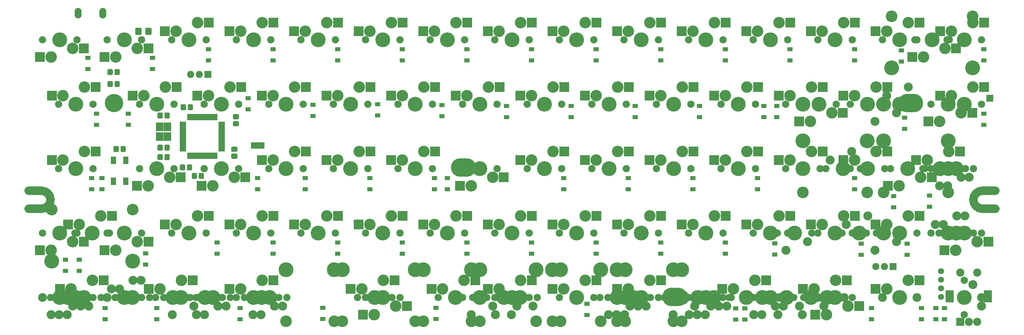
<source format=gbs>
G04 #@! TF.GenerationSoftware,KiCad,Pcbnew,(5.1.6-0-10_14)*
G04 #@! TF.CreationDate,2020-07-20T09:45:54+09:00*
G04 #@! TF.ProjectId,Jones,4a6f6e65-732e-46b6-9963-61645f706362,v.0.2*
G04 #@! TF.SameCoordinates,Original*
G04 #@! TF.FileFunction,Soldermask,Bot*
G04 #@! TF.FilePolarity,Negative*
%FSLAX46Y46*%
G04 Gerber Fmt 4.6, Leading zero omitted, Abs format (unit mm)*
G04 Created by KiCad (PCBNEW (5.1.6-0-10_14)) date 2020-07-20 09:45:54*
%MOMM*%
%LPD*%
G01*
G04 APERTURE LIST*
%ADD10C,2.501900*%
%ADD11C,1.400000*%
%ADD12O,7.400240X5.400000*%
%ADD13C,5.400000*%
%ADD14C,4.387800*%
%ADD15C,3.448000*%
%ADD16R,2.950000X2.900000*%
%ADD17C,2.150000*%
%ADD18C,3.400000*%
%ADD19C,2.650000*%
%ADD20R,2.200000X2.500000*%
%ADD21R,1.600000X1.300000*%
%ADD22R,1.500000X2.200000*%
%ADD23C,2.400000*%
%ADD24R,2.400000X3.600000*%
%ADD25R,2.400000X2.400000*%
%ADD26R,0.950000X1.900000*%
%ADD27R,1.900000X0.950000*%
%ADD28C,2.600000*%
%ADD29O,2.100000X2.100000*%
%ADD30R,2.100000X2.100000*%
%ADD31R,1.400000X1.900000*%
%ADD32C,1.797000*%
%ADD33O,2.100000X3.100000*%
G04 APERTURE END LIST*
D10*
X22600000Y-81700950D02*
X26400000Y-81700950D01*
X22600000Y-76399050D02*
X26400000Y-76399050D01*
X303800000Y-81700950D02*
X307650000Y-81700950D01*
X303800000Y-76399050D02*
X307600000Y-76399050D01*
X26400000Y-81700950D02*
G75*
G03*
X29050950Y-79050000I0J2650950D01*
G01*
X29050950Y-79050000D02*
G75*
G03*
X26400000Y-76399050I-2650950J0D01*
G01*
X303800000Y-81700950D02*
G75*
G02*
X301149050Y-79050000I0J2650950D01*
G01*
X301149050Y-79050000D02*
G75*
G02*
X303800000Y-76399050I2650950J0D01*
G01*
D11*
X301961522Y-80888478D03*
X303800000Y-81650000D03*
X305842035Y-81650000D03*
X305842035Y-76450000D03*
X303800000Y-76450000D03*
X301961522Y-77211522D03*
X301200000Y-79050000D03*
X24357965Y-81650000D03*
X24357965Y-76450000D03*
X28238478Y-80888478D03*
X28238478Y-77211522D03*
X26400000Y-81650000D03*
X26400000Y-76450000D03*
X29000000Y-79050000D03*
X152000000Y-71450000D03*
X149600000Y-71450000D03*
X150800000Y-71450000D03*
X149600000Y-67700000D03*
X152000000Y-67700000D03*
X150800000Y-67700000D03*
X214300000Y-109600000D03*
X211900000Y-109600000D03*
X211950000Y-105900000D03*
X214350000Y-105900000D03*
X213100000Y-109600000D03*
X213150000Y-105900000D03*
X283850000Y-48583000D03*
X281450000Y-48600000D03*
X281450000Y-52300000D03*
X283850000Y-52300000D03*
X282650000Y-52300000D03*
X282650000Y-48600000D03*
X49050000Y-51800000D03*
X46450000Y-51750000D03*
X49050000Y-49100000D03*
X46450000Y-49100000D03*
X47800000Y-52350000D03*
X49700000Y-50450000D03*
X45900000Y-50450000D03*
X47800000Y-48550000D03*
D12*
X282650000Y-50450000D03*
X213100000Y-107750000D03*
X150800000Y-69550000D03*
D13*
X47800000Y-50450000D03*
D14*
X191287760Y-99720360D03*
X215163760Y-99720360D03*
D15*
X191287760Y-114960360D03*
X215163760Y-114960360D03*
D16*
X209067760Y-102895360D03*
X196140760Y-105435360D03*
D17*
X208305760Y-107975360D03*
X198145760Y-107975360D03*
D18*
X199415760Y-105435360D03*
D14*
X203225760Y-107975360D03*
D18*
X205765760Y-102895360D03*
D17*
X217195840Y-107975360D03*
X227355840Y-107975360D03*
D19*
X226085840Y-110515360D03*
D14*
X222275840Y-107975360D03*
D19*
X219735840Y-113055360D03*
D16*
X44983000Y-36855040D03*
X57910000Y-34315040D03*
D17*
X45745000Y-31775040D03*
X55905000Y-31775040D03*
D18*
X54635000Y-34315040D03*
D14*
X50825000Y-31775040D03*
D18*
X48285000Y-36855040D03*
D20*
X63532000Y-57503000D03*
X63532000Y-60403000D03*
X61232000Y-60403000D03*
X61232000Y-57503000D03*
D21*
X106451000Y-50953000D03*
X106451000Y-54253000D03*
X40030000Y-37110000D03*
X40030000Y-40410000D03*
X59080000Y-37110000D03*
X59080000Y-40410000D03*
X75590000Y-34570000D03*
X75590000Y-37870000D03*
X94640000Y-34570000D03*
X94640000Y-37870000D03*
X113690000Y-34570000D03*
X113690000Y-37870000D03*
X132740000Y-34570000D03*
X132740000Y-37870000D03*
X151790000Y-34570000D03*
X151790000Y-37870000D03*
X170840000Y-34570000D03*
X170840000Y-37870000D03*
X189890000Y-34570000D03*
X189890000Y-37870000D03*
X208940000Y-34570000D03*
X208940000Y-37870000D03*
X227990000Y-34570000D03*
X227990000Y-37870000D03*
X247040000Y-34570000D03*
X247040000Y-37870000D03*
X266090000Y-34570000D03*
X266090000Y-37870000D03*
X279900000Y-34850000D03*
X279900000Y-38150000D03*
X277600000Y-77950000D03*
X277600000Y-81250000D03*
X42570000Y-56920000D03*
X42570000Y-53620000D03*
X51968000Y-56920000D03*
X51968000Y-53620000D03*
X87274000Y-49048000D03*
X87274000Y-52348000D03*
X125501000Y-54126000D03*
X125501000Y-50826000D03*
X144424000Y-51080000D03*
X144424000Y-54380000D03*
X163474000Y-51334000D03*
X163474000Y-54634000D03*
X182524000Y-51334000D03*
X182524000Y-54634000D03*
X201400000Y-51350000D03*
X201400000Y-54650000D03*
X220400000Y-51350000D03*
X220400000Y-54650000D03*
X239400000Y-51350000D03*
X239400000Y-54650000D03*
X243200000Y-51350000D03*
X243200000Y-54650000D03*
X280850000Y-54800000D03*
X280850000Y-58100000D03*
X304190000Y-34570000D03*
X304190000Y-37870000D03*
X41173000Y-72670000D03*
X41173000Y-75970000D03*
X44221000Y-72670000D03*
X44221000Y-75970000D03*
X90068000Y-72670000D03*
X90068000Y-75970000D03*
X104165000Y-72670000D03*
X104165000Y-75970000D03*
X123215000Y-75970000D03*
X123215000Y-72670000D03*
X142265000Y-75970000D03*
X142265000Y-72670000D03*
X146075000Y-75970000D03*
X146075000Y-72670000D03*
X180365000Y-75970000D03*
X180365000Y-72670000D03*
X199415000Y-75970000D03*
X199415000Y-72670000D03*
X218465000Y-75970000D03*
X218465000Y-72670000D03*
X237515000Y-75970000D03*
X237515000Y-72670000D03*
X266090000Y-75970000D03*
X266090000Y-72670000D03*
X304190000Y-56920000D03*
X304190000Y-53620000D03*
X57046280Y-98199480D03*
X57046280Y-94899480D03*
X78130000Y-95020000D03*
X78130000Y-91720000D03*
X94640000Y-95020000D03*
X94640000Y-91720000D03*
X113690000Y-95020000D03*
X113690000Y-91720000D03*
X132740000Y-95020000D03*
X132740000Y-91720000D03*
X151790000Y-95020000D03*
X151790000Y-91720000D03*
X170840000Y-95020000D03*
X170840000Y-91720000D03*
X189890000Y-95020000D03*
X189890000Y-91720000D03*
X208940000Y-95020000D03*
X208940000Y-91720000D03*
X227990000Y-95020000D03*
X227990000Y-91720000D03*
X242595000Y-95274000D03*
X242595000Y-91974000D03*
X268050000Y-95300000D03*
X268050000Y-92000000D03*
X281650000Y-95300000D03*
X281650000Y-92000000D03*
X45110000Y-114387500D03*
X45110000Y-111087500D03*
X60350000Y-114387500D03*
X60350000Y-111087500D03*
X84956250Y-114387500D03*
X84956250Y-111087500D03*
X109300000Y-114300000D03*
X109300000Y-111000000D03*
X231050000Y-114500000D03*
X231050000Y-111200000D03*
X285850000Y-114387500D03*
X285850000Y-111087500D03*
X292650000Y-111087500D03*
X292650000Y-114387500D03*
G36*
G01*
X58850000Y-28480176D02*
X58850000Y-29989824D01*
G75*
G02*
X58529824Y-30310000I-320176J0D01*
G01*
X57345176Y-30310000D01*
G75*
G02*
X57025000Y-29989824I0J320176D01*
G01*
X57025000Y-28480176D01*
G75*
G02*
X57345176Y-28160000I320176J0D01*
G01*
X58529824Y-28160000D01*
G75*
G02*
X58850000Y-28480176I0J-320176D01*
G01*
G37*
G36*
G01*
X55875000Y-28480176D02*
X55875000Y-29989824D01*
G75*
G02*
X55554824Y-30310000I-320176J0D01*
G01*
X54370176Y-30310000D01*
G75*
G02*
X54050000Y-29989824I0J320176D01*
G01*
X54050000Y-28480176D01*
G75*
G02*
X54370176Y-28160000I320176J0D01*
G01*
X55554824Y-28160000D01*
G75*
G02*
X55875000Y-28480176I0J-320176D01*
G01*
G37*
D22*
X51278000Y-73610000D03*
X47578000Y-67410000D03*
X47578000Y-73610000D03*
X51278000Y-67410000D03*
D21*
X233750000Y-114500000D03*
X233750000Y-111200000D03*
X271100000Y-111100000D03*
X271100000Y-114400000D03*
D23*
X302285530Y-100619140D03*
X297285530Y-100619140D03*
D24*
X305385530Y-107619140D03*
X294185530Y-107619140D03*
D23*
X302285530Y-115119140D03*
X299785530Y-115119140D03*
D25*
X297285530Y-115119140D03*
D17*
X26695000Y-107975360D03*
X36855000Y-107975360D03*
D19*
X35585000Y-110515360D03*
D14*
X31775000Y-107975360D03*
D19*
X29235000Y-113055360D03*
D18*
X127183750Y-102895360D03*
D14*
X124643750Y-107975360D03*
D18*
X120833750Y-105435360D03*
D17*
X119563750Y-107975360D03*
X129723750Y-107975360D03*
D16*
X117558750Y-105435360D03*
X130485750Y-102895360D03*
D15*
X136581750Y-114960360D03*
X112705750Y-114960360D03*
D14*
X136581750Y-99720360D03*
X112705750Y-99720360D03*
D18*
X29235000Y-36855040D03*
D14*
X31775000Y-31775040D03*
D18*
X35585000Y-34315040D03*
D17*
X36855000Y-31775040D03*
X26695000Y-31775040D03*
D16*
X38860000Y-34315040D03*
X25933000Y-36855040D03*
X66192000Y-45745120D03*
X53265000Y-48285120D03*
D17*
X65430000Y-50825120D03*
X55270000Y-50825120D03*
D18*
X56540000Y-48285120D03*
D14*
X60350000Y-50825120D03*
D18*
X62890000Y-45745120D03*
X57810000Y-74955200D03*
D14*
X60350000Y-69875200D03*
D18*
X64160000Y-72415200D03*
D17*
X65430000Y-69875200D03*
X55270000Y-69875200D03*
D16*
X67435000Y-72415200D03*
X54508000Y-74955200D03*
D18*
X72415000Y-83845280D03*
D14*
X69875000Y-88925280D03*
D18*
X66065000Y-86385280D03*
D17*
X64795000Y-88925280D03*
X74955000Y-88925280D03*
D16*
X62790000Y-86385280D03*
X75717000Y-83845280D03*
X70954500Y-102895360D03*
X58027500Y-105435360D03*
D17*
X70192500Y-107975360D03*
X60032500Y-107975360D03*
D18*
X61302500Y-105435360D03*
D14*
X65112500Y-107975360D03*
D18*
X67652500Y-102895360D03*
X72415000Y-26695040D03*
D14*
X69875000Y-31775040D03*
D18*
X66065000Y-29235040D03*
D17*
X64795000Y-31775040D03*
X74955000Y-31775040D03*
D16*
X62790000Y-29235040D03*
X75717000Y-26695040D03*
X85242000Y-45745120D03*
X72315000Y-48285120D03*
D17*
X84480000Y-50825120D03*
X74320000Y-50825120D03*
D18*
X75590000Y-48285120D03*
D14*
X79400000Y-50825120D03*
D18*
X81940000Y-45745120D03*
X76860000Y-74955200D03*
D14*
X79400000Y-69875200D03*
D18*
X83210000Y-72415200D03*
D17*
X84480000Y-69875200D03*
X74320000Y-69875200D03*
D16*
X86485000Y-72415200D03*
X73558000Y-74955200D03*
D18*
X91465000Y-83845280D03*
D14*
X88925000Y-88925280D03*
D18*
X85115000Y-86385280D03*
D17*
X83845000Y-88925280D03*
X94005000Y-88925280D03*
D16*
X81840000Y-86385280D03*
X94767000Y-83845280D03*
D18*
X91465000Y-26695040D03*
D14*
X88925000Y-31775040D03*
D18*
X85115000Y-29235040D03*
D17*
X83845000Y-31775040D03*
X94005000Y-31775040D03*
D16*
X81840000Y-29235040D03*
X94767000Y-26695040D03*
X104292000Y-45745120D03*
X91365000Y-48285120D03*
D17*
X103530000Y-50825120D03*
X93370000Y-50825120D03*
D18*
X94640000Y-48285120D03*
D14*
X98450000Y-50825120D03*
D18*
X100990000Y-45745120D03*
X100990000Y-64795200D03*
D14*
X98450000Y-69875200D03*
D18*
X94640000Y-67335200D03*
D17*
X93370000Y-69875200D03*
X103530000Y-69875200D03*
D16*
X91365000Y-67335200D03*
X104292000Y-64795200D03*
D18*
X110515000Y-83845280D03*
D14*
X107975000Y-88925280D03*
D18*
X104165000Y-86385280D03*
D17*
X102895000Y-88925280D03*
X113055000Y-88925280D03*
D16*
X100890000Y-86385280D03*
X113817000Y-83845280D03*
D18*
X110515000Y-26695040D03*
D14*
X107975000Y-31775040D03*
D18*
X104165000Y-29235040D03*
D17*
X102895000Y-31775040D03*
X113055000Y-31775040D03*
D16*
X100890000Y-29235040D03*
X113817000Y-26695040D03*
X123342000Y-45745120D03*
X110415000Y-48285120D03*
D17*
X122580000Y-50825120D03*
X112420000Y-50825120D03*
D18*
X113690000Y-48285120D03*
D14*
X117500000Y-50825120D03*
D18*
X120040000Y-45745120D03*
X120040000Y-64795200D03*
D14*
X117500000Y-69875200D03*
D18*
X113690000Y-67335200D03*
D17*
X112420000Y-69875200D03*
X122580000Y-69875200D03*
D16*
X110415000Y-67335200D03*
X123342000Y-64795200D03*
D18*
X129565000Y-83845280D03*
D14*
X127025000Y-88925280D03*
D18*
X123215000Y-86385280D03*
D17*
X121945000Y-88925280D03*
X132105000Y-88925280D03*
D16*
X119940000Y-86385280D03*
X132867000Y-83845280D03*
D18*
X129565000Y-26695040D03*
D14*
X127025000Y-31775040D03*
D18*
X123215000Y-29235040D03*
D17*
X121945000Y-31775040D03*
X132105000Y-31775040D03*
D16*
X119940000Y-29235040D03*
X132867000Y-26695040D03*
X142392000Y-45745120D03*
X129465000Y-48285120D03*
D17*
X141630000Y-50825120D03*
X131470000Y-50825120D03*
D18*
X132740000Y-48285120D03*
D14*
X136550000Y-50825120D03*
D18*
X139090000Y-45745120D03*
X139090000Y-64795200D03*
D14*
X136550000Y-69875200D03*
D18*
X132740000Y-67335200D03*
D17*
X131470000Y-69875200D03*
X141630000Y-69875200D03*
D16*
X129465000Y-67335200D03*
X142392000Y-64795200D03*
D18*
X148615000Y-83845280D03*
D14*
X146075000Y-88925280D03*
D18*
X142265000Y-86385280D03*
D17*
X140995000Y-88925280D03*
X151155000Y-88925280D03*
D16*
X138990000Y-86385280D03*
X151917000Y-83845280D03*
X151917000Y-26695040D03*
X138990000Y-29235040D03*
D17*
X151155000Y-31775040D03*
X140995000Y-31775040D03*
D18*
X142265000Y-29235040D03*
D14*
X146075000Y-31775040D03*
D18*
X148615000Y-26695040D03*
D16*
X161442000Y-45745120D03*
X148515000Y-48285120D03*
D17*
X160680000Y-50825120D03*
X150520000Y-50825120D03*
D18*
X151790000Y-48285120D03*
D14*
X155600000Y-50825120D03*
D18*
X158140000Y-45745120D03*
X153060000Y-74955200D03*
D14*
X155600000Y-69875200D03*
D18*
X159410000Y-72415200D03*
D17*
X160680000Y-69875200D03*
X150520000Y-69875200D03*
D16*
X162685000Y-72415200D03*
X149758000Y-74955200D03*
D18*
X167665000Y-83845280D03*
D14*
X165125000Y-88925280D03*
D18*
X161315000Y-86385280D03*
D17*
X160045000Y-88925280D03*
X170205000Y-88925280D03*
D16*
X158040000Y-86385280D03*
X170967000Y-83845280D03*
D18*
X167665000Y-26695040D03*
D14*
X165125000Y-31775040D03*
D18*
X161315000Y-29235040D03*
D17*
X160045000Y-31775040D03*
X170205000Y-31775040D03*
D16*
X158040000Y-29235040D03*
X170967000Y-26695040D03*
X180492000Y-45745120D03*
X167565000Y-48285120D03*
D17*
X179730000Y-50825120D03*
X169570000Y-50825120D03*
D18*
X170840000Y-48285120D03*
D14*
X174650000Y-50825120D03*
D18*
X177190000Y-45745120D03*
D16*
X180492000Y-64795200D03*
X167565000Y-67335200D03*
D17*
X179730000Y-69875200D03*
X169570000Y-69875200D03*
D18*
X170840000Y-67335200D03*
D14*
X174650000Y-69875200D03*
D18*
X177190000Y-64795200D03*
X186715000Y-83845280D03*
D14*
X184175000Y-88925280D03*
D18*
X180365000Y-86385280D03*
D17*
X179095000Y-88925280D03*
X189255000Y-88925280D03*
D16*
X177090000Y-86385280D03*
X190017000Y-83845280D03*
X190017000Y-26695040D03*
X177090000Y-29235040D03*
D17*
X189255000Y-31775040D03*
X179095000Y-31775040D03*
D18*
X180365000Y-29235040D03*
D14*
X184175000Y-31775040D03*
D18*
X186715000Y-26695040D03*
D16*
X199542000Y-45745120D03*
X186615000Y-48285120D03*
D17*
X198780000Y-50825120D03*
X188620000Y-50825120D03*
D18*
X189890000Y-48285120D03*
D14*
X193700000Y-50825120D03*
D18*
X196240000Y-45745120D03*
D16*
X199542000Y-64795200D03*
X186615000Y-67335200D03*
D17*
X198780000Y-69875200D03*
X188620000Y-69875200D03*
D18*
X189890000Y-67335200D03*
D14*
X193700000Y-69875200D03*
D18*
X196240000Y-64795200D03*
X205765000Y-83845280D03*
D14*
X203225000Y-88925280D03*
D18*
X199415000Y-86385280D03*
D17*
X198145000Y-88925280D03*
X208305000Y-88925280D03*
D16*
X196140000Y-86385280D03*
X209067000Y-83845280D03*
D18*
X205765000Y-26695040D03*
D14*
X203225000Y-31775040D03*
D18*
X199415000Y-29235040D03*
D17*
X198145000Y-31775040D03*
X208305000Y-31775040D03*
D16*
X196140000Y-29235040D03*
X209067000Y-26695040D03*
X218592000Y-45745120D03*
X205665000Y-48285120D03*
D17*
X217830000Y-50825120D03*
X207670000Y-50825120D03*
D18*
X208940000Y-48285120D03*
D14*
X212750000Y-50825120D03*
D18*
X215290000Y-45745120D03*
D16*
X218592000Y-64795200D03*
X205665000Y-67335200D03*
D17*
X217830000Y-69875200D03*
X207670000Y-69875200D03*
D18*
X208940000Y-67335200D03*
D14*
X212750000Y-69875200D03*
D18*
X215290000Y-64795200D03*
X224815000Y-83845280D03*
D14*
X222275000Y-88925280D03*
D18*
X218465000Y-86385280D03*
D17*
X217195000Y-88925280D03*
X227355000Y-88925280D03*
D16*
X215190000Y-86385280D03*
X228117000Y-83845280D03*
X228117000Y-26695040D03*
X215190000Y-29235040D03*
D17*
X227355000Y-31775040D03*
X217195000Y-31775040D03*
D18*
X218465000Y-29235040D03*
D14*
X222275000Y-31775040D03*
D18*
X224815000Y-26695040D03*
D16*
X237642000Y-45745120D03*
X224715000Y-48285120D03*
D17*
X236880000Y-50825120D03*
X226720000Y-50825120D03*
D18*
X227990000Y-48285120D03*
D14*
X231800000Y-50825120D03*
D18*
X234340000Y-45745120D03*
D16*
X237642000Y-64795200D03*
X224715000Y-67335200D03*
D17*
X236880000Y-69875200D03*
X226720000Y-69875200D03*
D18*
X227990000Y-67335200D03*
D14*
X231800000Y-69875200D03*
D18*
X234340000Y-64795200D03*
X243865000Y-26695040D03*
D14*
X241325000Y-31775040D03*
D18*
X237515000Y-29235040D03*
D17*
X236245000Y-31775040D03*
X246405000Y-31775040D03*
D16*
X234240000Y-29235040D03*
X247167000Y-26695040D03*
D18*
X253390960Y-45745120D03*
D14*
X250850960Y-50825120D03*
D18*
X247040960Y-48285120D03*
D17*
X245770960Y-50825120D03*
X255930960Y-50825120D03*
D16*
X243765960Y-48285120D03*
X256692960Y-45745120D03*
X266217000Y-26695040D03*
X253290000Y-29235040D03*
D17*
X265455000Y-31775040D03*
X255295000Y-31775040D03*
D18*
X256565000Y-29235040D03*
D14*
X260375000Y-31775040D03*
D18*
X262915000Y-26695040D03*
D16*
X275743040Y-64795200D03*
X262816040Y-67335200D03*
D17*
X274981040Y-69875200D03*
X264821040Y-69875200D03*
D18*
X266091040Y-67335200D03*
D14*
X269901040Y-69875200D03*
D18*
X272441040Y-64795200D03*
D16*
X266218000Y-83845280D03*
X253291000Y-86385280D03*
D17*
X265456000Y-88925280D03*
X255296000Y-88925280D03*
D18*
X256566000Y-86385280D03*
D14*
X260376000Y-88925280D03*
D18*
X262916000Y-83845280D03*
X281965000Y-26695040D03*
D14*
X279425000Y-31775040D03*
D18*
X275615000Y-29235040D03*
D17*
X274345000Y-31775040D03*
X284505000Y-31775040D03*
D16*
X272340000Y-29235040D03*
X285267000Y-26695040D03*
X304317000Y-26695040D03*
X291390000Y-29235040D03*
D17*
X303555000Y-31775040D03*
X293395000Y-31775040D03*
D18*
X294665000Y-29235040D03*
D14*
X298475000Y-31775040D03*
D18*
X301015000Y-26695040D03*
D16*
X285268080Y-83845280D03*
X272341080Y-86385280D03*
D17*
X284506080Y-88925280D03*
X274346080Y-88925280D03*
D18*
X275616080Y-86385280D03*
D14*
X279426080Y-88925280D03*
D18*
X281966080Y-83845280D03*
D17*
X236245920Y-107975360D03*
X246405920Y-107975360D03*
D19*
X245135920Y-110515360D03*
D14*
X241325920Y-107975360D03*
D19*
X238785920Y-113055360D03*
D18*
X272441040Y-45745120D03*
D14*
X269901040Y-50825120D03*
D18*
X266091040Y-48285120D03*
D17*
X264821040Y-50825120D03*
X274981040Y-50825120D03*
D16*
X262816040Y-48285120D03*
X275743040Y-45745120D03*
D17*
X269583560Y-88925280D03*
X279743560Y-88925280D03*
D19*
X278473560Y-91465280D03*
D14*
X274663560Y-88925280D03*
D19*
X272123560Y-94005280D03*
D26*
X77812000Y-66050000D03*
X77012000Y-66050000D03*
X76212000Y-66050000D03*
X75412000Y-66050000D03*
X74612000Y-66050000D03*
X73812000Y-66050000D03*
X73012000Y-66050000D03*
X72212000Y-66050000D03*
X71412000Y-66050000D03*
X70612000Y-66050000D03*
X69812000Y-66050000D03*
D27*
X68112000Y-64350000D03*
X68112000Y-63550000D03*
X68112000Y-62750000D03*
X68112000Y-61950000D03*
X68112000Y-61150000D03*
X68112000Y-60350000D03*
X68112000Y-59550000D03*
X68112000Y-58750000D03*
X68112000Y-57950000D03*
X68112000Y-57150000D03*
X68112000Y-56350000D03*
D26*
X69812000Y-54650000D03*
X70612000Y-54650000D03*
X71412000Y-54650000D03*
X72212000Y-54650000D03*
X73012000Y-54650000D03*
X73812000Y-54650000D03*
X74612000Y-54650000D03*
X75412000Y-54650000D03*
X76212000Y-54650000D03*
X77012000Y-54650000D03*
X77812000Y-54650000D03*
D27*
X79512000Y-56350000D03*
X79512000Y-57150000D03*
X79512000Y-57950000D03*
X79512000Y-58750000D03*
X79512000Y-59550000D03*
X79512000Y-60350000D03*
X79512000Y-61150000D03*
X79512000Y-61950000D03*
X79512000Y-62750000D03*
X79512000Y-63550000D03*
X79512000Y-64350000D03*
D28*
X274350000Y-107975360D03*
X303550000Y-107975360D03*
D29*
X272370000Y-98800000D03*
X274910000Y-98800000D03*
D30*
X277450000Y-98800000D03*
D21*
X288250000Y-81100000D03*
X288250000Y-77800000D03*
X33500000Y-96750000D03*
X33500000Y-100050000D03*
X37500000Y-100050000D03*
X37500000Y-96750000D03*
X142650000Y-114300000D03*
X142650000Y-111000000D03*
X187250000Y-109800000D03*
X187250000Y-113100000D03*
X290050000Y-111100000D03*
X290050000Y-114400000D03*
D16*
X292634160Y-94005280D03*
X305561160Y-91465280D03*
D17*
X293396160Y-88925280D03*
X303556160Y-88925280D03*
D18*
X302286160Y-91465280D03*
D14*
X298476160Y-88925280D03*
D18*
X295936160Y-94005280D03*
D19*
X53365120Y-102895360D03*
D14*
X50825120Y-107975360D03*
D19*
X47015120Y-105435360D03*
D17*
X45745120Y-107975360D03*
X55905120Y-107975360D03*
X58286380Y-107975360D03*
X48126380Y-107975360D03*
D19*
X49396380Y-105435360D03*
D14*
X53206380Y-107975360D03*
D19*
X55746380Y-102895360D03*
D18*
X41458750Y-102895360D03*
D14*
X38918750Y-107975360D03*
D18*
X35108750Y-105435360D03*
D17*
X33838750Y-107975360D03*
X43998750Y-107975360D03*
D16*
X31833750Y-105435360D03*
X44760750Y-102895360D03*
D17*
X31457500Y-107975360D03*
X41617500Y-107975360D03*
D19*
X40347500Y-110515360D03*
D14*
X36537500Y-107975360D03*
D19*
X33997500Y-113055360D03*
D17*
X29076250Y-107975360D03*
X39236250Y-107975360D03*
D19*
X37966250Y-110515360D03*
D14*
X34156250Y-107975360D03*
D19*
X31616250Y-113055360D03*
X64953940Y-113055360D03*
D14*
X67493940Y-107975360D03*
D19*
X71303940Y-110515360D03*
D17*
X72573940Y-107975360D03*
X62413940Y-107975360D03*
X69557720Y-107975360D03*
X79717720Y-107975360D03*
D19*
X78447720Y-110515360D03*
D14*
X74637720Y-107975360D03*
D19*
X72097720Y-113055360D03*
D17*
X71938980Y-107975360D03*
X82098980Y-107975360D03*
D19*
X80828980Y-110515360D03*
D14*
X77018980Y-107975360D03*
D19*
X74478980Y-113055360D03*
D18*
X91465280Y-102895360D03*
D14*
X88925280Y-107975360D03*
D18*
X85115280Y-105435360D03*
D17*
X83845280Y-107975360D03*
X94005280Y-107975360D03*
D16*
X81840280Y-105435360D03*
X94767280Y-102895360D03*
D17*
X86226540Y-107975360D03*
X96386540Y-107975360D03*
D19*
X95116540Y-110515360D03*
D14*
X91306540Y-107975360D03*
D19*
X88766540Y-113055360D03*
X91147800Y-113055360D03*
D14*
X93687800Y-107975360D03*
D19*
X97497800Y-110515360D03*
D17*
X98767800Y-107975360D03*
X88607800Y-107975360D03*
D18*
X167665600Y-102895360D03*
D14*
X165125600Y-107975360D03*
D18*
X161315600Y-105435360D03*
D17*
X160045600Y-107975360D03*
X170205600Y-107975360D03*
D16*
X158040600Y-105435360D03*
X170967600Y-102895360D03*
D15*
X177063600Y-114960360D03*
X153187600Y-114960360D03*
D14*
X177063600Y-99720360D03*
X153187600Y-99720360D03*
D17*
X150520560Y-107975360D03*
X160680560Y-107975360D03*
D19*
X159410560Y-110515360D03*
D14*
X155600560Y-107975360D03*
D19*
X153060560Y-113055360D03*
D17*
X191001980Y-107975360D03*
X201161980Y-107975360D03*
D19*
X199891980Y-110515360D03*
D14*
X196081980Y-107975360D03*
D19*
X193541980Y-113055360D03*
D17*
X193383240Y-107975360D03*
X203543240Y-107975360D03*
D19*
X202273240Y-110515360D03*
D14*
X198463240Y-107975360D03*
D19*
X195923240Y-113055360D03*
X198304500Y-113055360D03*
D14*
X200844500Y-107975360D03*
D19*
X204654500Y-110515360D03*
D17*
X205924500Y-107975360D03*
X195764500Y-107975360D03*
X214814580Y-107975360D03*
X224974580Y-107975360D03*
D19*
X223704580Y-110515360D03*
D14*
X219894580Y-107975360D03*
D19*
X217354580Y-113055360D03*
X222117100Y-113055360D03*
D14*
X224657100Y-107975360D03*
D19*
X228467100Y-110515360D03*
D17*
X229737100Y-107975360D03*
X219577100Y-107975360D03*
D19*
X212592060Y-113055360D03*
D14*
X215132060Y-107975360D03*
D19*
X218942060Y-110515360D03*
D17*
X220212060Y-107975360D03*
X210052060Y-107975360D03*
D16*
X240024140Y-102895360D03*
X227097140Y-105435360D03*
D17*
X239262140Y-107975360D03*
X229102140Y-107975360D03*
D18*
X230372140Y-105435360D03*
D14*
X234182140Y-107975360D03*
D18*
X236722140Y-102895360D03*
D19*
X236404660Y-113055360D03*
D14*
X238944660Y-107975360D03*
D19*
X242754660Y-110515360D03*
D17*
X244024660Y-107975360D03*
X233864660Y-107975360D03*
D19*
X243548440Y-113055360D03*
D14*
X246088440Y-107975360D03*
D19*
X249898440Y-110515360D03*
D17*
X251168440Y-107975360D03*
X241008440Y-107975360D03*
D18*
X260534740Y-102895360D03*
D14*
X257994740Y-107975360D03*
D18*
X254184740Y-105435360D03*
D17*
X252914740Y-107975360D03*
X263074740Y-107975360D03*
D16*
X250909740Y-105435360D03*
X263836740Y-102895360D03*
D17*
X248152220Y-107975360D03*
X258312220Y-107975360D03*
D19*
X257042220Y-110515360D03*
D14*
X253232220Y-107975360D03*
D19*
X250692220Y-113055360D03*
D18*
X281966080Y-102895360D03*
D14*
X279426080Y-107975360D03*
D18*
X275616080Y-105435360D03*
D17*
X274346080Y-107975360D03*
X284506080Y-107975360D03*
D16*
X272341080Y-105435360D03*
X285268080Y-102895360D03*
D14*
X112744440Y-99720360D03*
X212744240Y-99720360D03*
D15*
X112744440Y-114960360D03*
X212744240Y-114960360D03*
D17*
X157664340Y-107975360D03*
X167824340Y-107975360D03*
D19*
X166554340Y-110515360D03*
D14*
X162744340Y-107975360D03*
D19*
X160204340Y-113055360D03*
D14*
X155600610Y-99720360D03*
X179413110Y-99720360D03*
D15*
X155600610Y-114960360D03*
X179413110Y-114960360D03*
D17*
X162426860Y-107975360D03*
X172586860Y-107975360D03*
D19*
X171316860Y-110515360D03*
D14*
X167506860Y-107975360D03*
D19*
X164966860Y-113055360D03*
D18*
X43840080Y-83845280D03*
D14*
X41300080Y-88925280D03*
D18*
X37490080Y-86385280D03*
D17*
X36220080Y-88925280D03*
X46380080Y-88925280D03*
D16*
X34215080Y-86385280D03*
X47142080Y-83845280D03*
D15*
X53238080Y-81940280D03*
X29362080Y-81940280D03*
D14*
X53238080Y-97180280D03*
X29362080Y-97180280D03*
D18*
X293872380Y-64795200D03*
D14*
X291332380Y-69875200D03*
D18*
X287522380Y-67335200D03*
D17*
X286252380Y-69875200D03*
X296412380Y-69875200D03*
D16*
X284247380Y-67335200D03*
X297174380Y-64795200D03*
D14*
X274662500Y-61620200D03*
X250850000Y-61620200D03*
D15*
X274662500Y-76860200D03*
X250850000Y-76860200D03*
D17*
X267836250Y-69875200D03*
X257676250Y-69875200D03*
D19*
X258946250Y-67335200D03*
D14*
X262756250Y-69875200D03*
D19*
X265296250Y-64795200D03*
D16*
X256692000Y-64795200D03*
X243765000Y-67335200D03*
D17*
X255930000Y-69875200D03*
X245770000Y-69875200D03*
D18*
X247040000Y-67335200D03*
D14*
X250850000Y-69875200D03*
D18*
X253390000Y-64795200D03*
D17*
X269583560Y-50825120D03*
X279743560Y-50825120D03*
D19*
X278473560Y-53365120D03*
D14*
X274663560Y-50825120D03*
D19*
X272123560Y-55905120D03*
X270059780Y-83845280D03*
D14*
X267519780Y-88925280D03*
D19*
X263709780Y-86385280D03*
D17*
X262439780Y-88925280D03*
X272599780Y-88925280D03*
X288633640Y-69875200D03*
X298793640Y-69875200D03*
D19*
X297523640Y-72415200D03*
D14*
X293713640Y-69875200D03*
D19*
X291173640Y-74955200D03*
D18*
X291173640Y-55905120D03*
D14*
X293713640Y-50825120D03*
D18*
X297523640Y-53365120D03*
D17*
X298793640Y-50825120D03*
X288633640Y-50825120D03*
D16*
X300798640Y-53365120D03*
X287871640Y-55905120D03*
D17*
X291014900Y-69875200D03*
X301174900Y-69875200D03*
D19*
X299904900Y-72415200D03*
D14*
X296094900Y-69875200D03*
D19*
X293554900Y-74955200D03*
X296253640Y-83845280D03*
D14*
X293713640Y-88925280D03*
D19*
X289903640Y-86385280D03*
D17*
X288633640Y-88925280D03*
X298793640Y-88925280D03*
D19*
X298634900Y-83845280D03*
D14*
X296094900Y-88925280D03*
D19*
X292284900Y-86385280D03*
D17*
X291014900Y-88925280D03*
X301174900Y-88925280D03*
D18*
X243865920Y-83845280D03*
D14*
X241325920Y-88925280D03*
D18*
X237515920Y-86385280D03*
D17*
X236245920Y-88925280D03*
X246405920Y-88925280D03*
D16*
X234240920Y-86385280D03*
X247167920Y-83845280D03*
D17*
X243389700Y-88925280D03*
X253549700Y-88925280D03*
D19*
X252279700Y-91465280D03*
D14*
X248469700Y-88925280D03*
D19*
X245929700Y-94005280D03*
D17*
X284506080Y-50825120D03*
X274346080Y-50825120D03*
D19*
X275616080Y-48285120D03*
D14*
X279426080Y-50825120D03*
D19*
X281966080Y-45745120D03*
G36*
G01*
X70700000Y-72563044D02*
X70700000Y-71436956D01*
G75*
G02*
X71036956Y-71100000I336956J0D01*
G01*
X71913044Y-71100000D01*
G75*
G02*
X72250000Y-71436956I0J-336956D01*
G01*
X72250000Y-72563044D01*
G75*
G02*
X71913044Y-72900000I-336956J0D01*
G01*
X71036956Y-72900000D01*
G75*
G02*
X70700000Y-72563044I0J336956D01*
G01*
G37*
G36*
G01*
X72750000Y-72563044D02*
X72750000Y-71436956D01*
G75*
G02*
X73086956Y-71100000I336956J0D01*
G01*
X73963044Y-71100000D01*
G75*
G02*
X74300000Y-71436956I0J-336956D01*
G01*
X74300000Y-72563044D01*
G75*
G02*
X73963044Y-72900000I-336956J0D01*
G01*
X73086956Y-72900000D01*
G75*
G02*
X72750000Y-72563044I0J336956D01*
G01*
G37*
G36*
G01*
X62132000Y-53563956D02*
X62132000Y-54690044D01*
G75*
G02*
X61795044Y-55027000I-336956J0D01*
G01*
X60918956Y-55027000D01*
G75*
G02*
X60582000Y-54690044I0J336956D01*
G01*
X60582000Y-53563956D01*
G75*
G02*
X60918956Y-53227000I336956J0D01*
G01*
X61795044Y-53227000D01*
G75*
G02*
X62132000Y-53563956I0J-336956D01*
G01*
G37*
G36*
G01*
X64182000Y-53563956D02*
X64182000Y-54690044D01*
G75*
G02*
X63845044Y-55027000I-336956J0D01*
G01*
X62968956Y-55027000D01*
G75*
G02*
X62632000Y-54690044I0J336956D01*
G01*
X62632000Y-53563956D01*
G75*
G02*
X62968956Y-53227000I336956J0D01*
G01*
X63845044Y-53227000D01*
G75*
G02*
X64182000Y-53563956I0J-336956D01*
G01*
G37*
G36*
G01*
X62132000Y-63088956D02*
X62132000Y-64215044D01*
G75*
G02*
X61795044Y-64552000I-336956J0D01*
G01*
X60918956Y-64552000D01*
G75*
G02*
X60582000Y-64215044I0J336956D01*
G01*
X60582000Y-63088956D01*
G75*
G02*
X60918956Y-62752000I336956J0D01*
G01*
X61795044Y-62752000D01*
G75*
G02*
X62132000Y-63088956I0J-336956D01*
G01*
G37*
G36*
G01*
X64182000Y-63088956D02*
X64182000Y-64215044D01*
G75*
G02*
X63845044Y-64552000I-336956J0D01*
G01*
X62968956Y-64552000D01*
G75*
G02*
X62632000Y-64215044I0J336956D01*
G01*
X62632000Y-63088956D01*
G75*
G02*
X62968956Y-62752000I336956J0D01*
G01*
X63845044Y-62752000D01*
G75*
G02*
X64182000Y-63088956I0J-336956D01*
G01*
G37*
G36*
G01*
X82686956Y-63350000D02*
X83813044Y-63350000D01*
G75*
G02*
X84150000Y-63686956I0J-336956D01*
G01*
X84150000Y-64563044D01*
G75*
G02*
X83813044Y-64900000I-336956J0D01*
G01*
X82686956Y-64900000D01*
G75*
G02*
X82350000Y-64563044I0J336956D01*
G01*
X82350000Y-63686956D01*
G75*
G02*
X82686956Y-63350000I336956J0D01*
G01*
G37*
G36*
G01*
X82686956Y-65400000D02*
X83813044Y-65400000D01*
G75*
G02*
X84150000Y-65736956I0J-336956D01*
G01*
X84150000Y-66613044D01*
G75*
G02*
X83813044Y-66950000I-336956J0D01*
G01*
X82686956Y-66950000D01*
G75*
G02*
X82350000Y-66613044I0J336956D01*
G01*
X82350000Y-65736956D01*
G75*
G02*
X82686956Y-65400000I336956J0D01*
G01*
G37*
G36*
G01*
X69490000Y-52263044D02*
X69490000Y-51136956D01*
G75*
G02*
X69826956Y-50800000I336956J0D01*
G01*
X70703044Y-50800000D01*
G75*
G02*
X71040000Y-51136956I0J-336956D01*
G01*
X71040000Y-52263044D01*
G75*
G02*
X70703044Y-52600000I-336956J0D01*
G01*
X69826956Y-52600000D01*
G75*
G02*
X69490000Y-52263044I0J336956D01*
G01*
G37*
G36*
G01*
X67440000Y-52263044D02*
X67440000Y-51136956D01*
G75*
G02*
X67776956Y-50800000I336956J0D01*
G01*
X68653044Y-50800000D01*
G75*
G02*
X68990000Y-51136956I0J-336956D01*
G01*
X68990000Y-52263044D01*
G75*
G02*
X68653044Y-52600000I-336956J0D01*
G01*
X67776956Y-52600000D01*
G75*
G02*
X67440000Y-52263044I0J336956D01*
G01*
G37*
G36*
G01*
X67186000Y-70057044D02*
X67186000Y-68930956D01*
G75*
G02*
X67522956Y-68594000I336956J0D01*
G01*
X68399044Y-68594000D01*
G75*
G02*
X68736000Y-68930956I0J-336956D01*
G01*
X68736000Y-70057044D01*
G75*
G02*
X68399044Y-70394000I-336956J0D01*
G01*
X67522956Y-70394000D01*
G75*
G02*
X67186000Y-70057044I0J336956D01*
G01*
G37*
G36*
G01*
X69236000Y-70057044D02*
X69236000Y-68930956D01*
G75*
G02*
X69572956Y-68594000I336956J0D01*
G01*
X70449044Y-68594000D01*
G75*
G02*
X70786000Y-68930956I0J-336956D01*
G01*
X70786000Y-70057044D01*
G75*
G02*
X70449044Y-70394000I-336956J0D01*
G01*
X69572956Y-70394000D01*
G75*
G02*
X69236000Y-70057044I0J336956D01*
G01*
G37*
G36*
G01*
X64182000Y-65882956D02*
X64182000Y-67009044D01*
G75*
G02*
X63845044Y-67346000I-336956J0D01*
G01*
X62968956Y-67346000D01*
G75*
G02*
X62632000Y-67009044I0J336956D01*
G01*
X62632000Y-65882956D01*
G75*
G02*
X62968956Y-65546000I336956J0D01*
G01*
X63845044Y-65546000D01*
G75*
G02*
X64182000Y-65882956I0J-336956D01*
G01*
G37*
G36*
G01*
X62132000Y-65882956D02*
X62132000Y-67009044D01*
G75*
G02*
X61795044Y-67346000I-336956J0D01*
G01*
X60918956Y-67346000D01*
G75*
G02*
X60582000Y-67009044I0J336956D01*
G01*
X60582000Y-65882956D01*
G75*
G02*
X60918956Y-65546000I336956J0D01*
G01*
X61795044Y-65546000D01*
G75*
G02*
X62132000Y-65882956I0J-336956D01*
G01*
G37*
D30*
X75500000Y-42000000D03*
D29*
X72960000Y-42000000D03*
X70420000Y-42000000D03*
D30*
X306000000Y-49000000D03*
D31*
X88850000Y-63000000D03*
X90150000Y-63000000D03*
X91450000Y-63000000D03*
D32*
X291600000Y-100200000D03*
X291600000Y-102740000D03*
X291600000Y-105280000D03*
X291600000Y-107820000D03*
G36*
G01*
X47400000Y-40736956D02*
X47400000Y-41863044D01*
G75*
G02*
X47063044Y-42200000I-336956J0D01*
G01*
X46186956Y-42200000D01*
G75*
G02*
X45850000Y-41863044I0J336956D01*
G01*
X45850000Y-40736956D01*
G75*
G02*
X46186956Y-40400000I336956J0D01*
G01*
X47063044Y-40400000D01*
G75*
G02*
X47400000Y-40736956I0J-336956D01*
G01*
G37*
G36*
G01*
X49450000Y-40736956D02*
X49450000Y-41863044D01*
G75*
G02*
X49113044Y-42200000I-336956J0D01*
G01*
X48236956Y-42200000D01*
G75*
G02*
X47900000Y-41863044I0J336956D01*
G01*
X47900000Y-40736956D01*
G75*
G02*
X48236956Y-40400000I336956J0D01*
G01*
X49113044Y-40400000D01*
G75*
G02*
X49450000Y-40736956I0J-336956D01*
G01*
G37*
G36*
G01*
X49450000Y-44292956D02*
X49450000Y-45419044D01*
G75*
G02*
X49113044Y-45756000I-336956J0D01*
G01*
X48236956Y-45756000D01*
G75*
G02*
X47900000Y-45419044I0J336956D01*
G01*
X47900000Y-44292956D01*
G75*
G02*
X48236956Y-43956000I336956J0D01*
G01*
X49113044Y-43956000D01*
G75*
G02*
X49450000Y-44292956I0J-336956D01*
G01*
G37*
G36*
G01*
X47400000Y-44292956D02*
X47400000Y-45419044D01*
G75*
G02*
X47063044Y-45756000I-336956J0D01*
G01*
X46186956Y-45756000D01*
G75*
G02*
X45850000Y-45419044I0J336956D01*
G01*
X45850000Y-44292956D01*
G75*
G02*
X46186956Y-43956000I336956J0D01*
G01*
X47063044Y-43956000D01*
G75*
G02*
X47400000Y-44292956I0J-336956D01*
G01*
G37*
G36*
G01*
X49178000Y-63469956D02*
X49178000Y-64596044D01*
G75*
G02*
X48841044Y-64933000I-336956J0D01*
G01*
X47964956Y-64933000D01*
G75*
G02*
X47628000Y-64596044I0J336956D01*
G01*
X47628000Y-63469956D01*
G75*
G02*
X47964956Y-63133000I336956J0D01*
G01*
X48841044Y-63133000D01*
G75*
G02*
X49178000Y-63469956I0J-336956D01*
G01*
G37*
G36*
G01*
X51228000Y-63469956D02*
X51228000Y-64596044D01*
G75*
G02*
X50891044Y-64933000I-336956J0D01*
G01*
X50014956Y-64933000D01*
G75*
G02*
X49678000Y-64596044I0J336956D01*
G01*
X49678000Y-63469956D01*
G75*
G02*
X50014956Y-63133000I336956J0D01*
G01*
X50891044Y-63133000D01*
G75*
G02*
X51228000Y-63469956I0J-336956D01*
G01*
G37*
G36*
G01*
X84281044Y-57324000D02*
X83154956Y-57324000D01*
G75*
G02*
X82818000Y-56987044I0J336956D01*
G01*
X82818000Y-56110956D01*
G75*
G02*
X83154956Y-55774000I336956J0D01*
G01*
X84281044Y-55774000D01*
G75*
G02*
X84618000Y-56110956I0J-336956D01*
G01*
X84618000Y-56987044D01*
G75*
G02*
X84281044Y-57324000I-336956J0D01*
G01*
G37*
G36*
G01*
X84281044Y-55274000D02*
X83154956Y-55274000D01*
G75*
G02*
X82818000Y-54937044I0J336956D01*
G01*
X82818000Y-54060956D01*
G75*
G02*
X83154956Y-53724000I336956J0D01*
G01*
X84281044Y-53724000D01*
G75*
G02*
X84618000Y-54060956I0J-336956D01*
G01*
X84618000Y-54937044D01*
G75*
G02*
X84281044Y-55274000I-336956J0D01*
G01*
G37*
D18*
X39077500Y-45745120D03*
D14*
X36537500Y-50825120D03*
D18*
X32727500Y-48285120D03*
D17*
X31457500Y-50825120D03*
X41617500Y-50825120D03*
D16*
X29452500Y-48285120D03*
X42379500Y-45745120D03*
X42379500Y-64795200D03*
X29452500Y-67335200D03*
D17*
X41617500Y-69875200D03*
X31457500Y-69875200D03*
D18*
X32727500Y-67335200D03*
D14*
X36537500Y-69875200D03*
D18*
X39077500Y-64795200D03*
D33*
X44450000Y-23850000D03*
X37150000Y-23850000D03*
D18*
X253073480Y-55905120D03*
D14*
X255613480Y-50825120D03*
D18*
X259423480Y-53365120D03*
D17*
X260693480Y-50825120D03*
X250533480Y-50825120D03*
D16*
X262698480Y-53365120D03*
X249771480Y-55905120D03*
D18*
X29235040Y-94005280D03*
D14*
X31775040Y-88925280D03*
D18*
X35585040Y-91465280D03*
D17*
X36855040Y-88925280D03*
X26695040Y-88925280D03*
D16*
X38860040Y-91465280D03*
X25933040Y-94005280D03*
D18*
X279266250Y-74955200D03*
D14*
X281806250Y-69875200D03*
D18*
X285616250Y-72415200D03*
D17*
X286886250Y-69875200D03*
X276726250Y-69875200D03*
D16*
X288891250Y-72415200D03*
X275964250Y-74955200D03*
D15*
X269868250Y-76860200D03*
X293744250Y-76860200D03*
D14*
X269868250Y-61620200D03*
X293744250Y-61620200D03*
D18*
X286410000Y-36855040D03*
D14*
X288950000Y-31775040D03*
D18*
X292760000Y-34315040D03*
D17*
X294030000Y-31775040D03*
X283870000Y-31775040D03*
D16*
X296035000Y-34315040D03*
X283108000Y-36855040D03*
D15*
X277012000Y-24790040D03*
X300888000Y-24790040D03*
D14*
X277012000Y-40030040D03*
X300888000Y-40030040D03*
D18*
X301016160Y-45745120D03*
D14*
X298476160Y-50825120D03*
D18*
X294666160Y-48285120D03*
D17*
X293396160Y-50825120D03*
X303556160Y-50825120D03*
D16*
X291391160Y-48285120D03*
X304318160Y-45745120D03*
D18*
X48285120Y-94005280D03*
D14*
X50825120Y-88925280D03*
D18*
X54635120Y-91465280D03*
D17*
X55905120Y-88925280D03*
X45745120Y-88925280D03*
D16*
X57910120Y-91465280D03*
X44983120Y-94005280D03*
D18*
X124485440Y-113055360D03*
D14*
X127025440Y-107975360D03*
D18*
X130835440Y-110515360D03*
D17*
X132105440Y-107975360D03*
X121945440Y-107975360D03*
D16*
X134110440Y-110515360D03*
X121183440Y-113055360D03*
D15*
X115087440Y-114960360D03*
X138963440Y-114960360D03*
D14*
X115087440Y-99720360D03*
X138963440Y-99720360D03*
D18*
X150996780Y-102895360D03*
D14*
X148456780Y-107975360D03*
D18*
X144646780Y-105435360D03*
D17*
X143376780Y-107975360D03*
X153536780Y-107975360D03*
D16*
X141371780Y-105435360D03*
X154298780Y-102895360D03*
D15*
X198456680Y-114960360D03*
X98456880Y-114960360D03*
D14*
X198456680Y-99720360D03*
X98456880Y-99720360D03*
D18*
X186715680Y-102895360D03*
D14*
X184175680Y-107975360D03*
D18*
X180365680Y-105435360D03*
D17*
X179095680Y-107975360D03*
X189255680Y-107975360D03*
D16*
X177090680Y-105435360D03*
X190017680Y-102895360D03*
D15*
X196113680Y-114960360D03*
X172237680Y-114960360D03*
D14*
X196113680Y-99720360D03*
X172237680Y-99720360D03*
D18*
X257836000Y-113055360D03*
D14*
X260376000Y-107975360D03*
D18*
X264186000Y-110515360D03*
D17*
X265456000Y-107975360D03*
X255296000Y-107975360D03*
D16*
X267461000Y-110515360D03*
X254534000Y-113055360D03*
D28*
X255300000Y-107975400D03*
X244025000Y-107975400D03*
X284500000Y-107975040D03*
X263075000Y-107975400D03*
X26700000Y-107975040D03*
X45750000Y-107975040D03*
D17*
X298476160Y-113055400D03*
X298476160Y-102895400D03*
D19*
X301016160Y-104165400D03*
D14*
X298476160Y-107975400D03*
D19*
X303556160Y-110515400D03*
M02*

</source>
